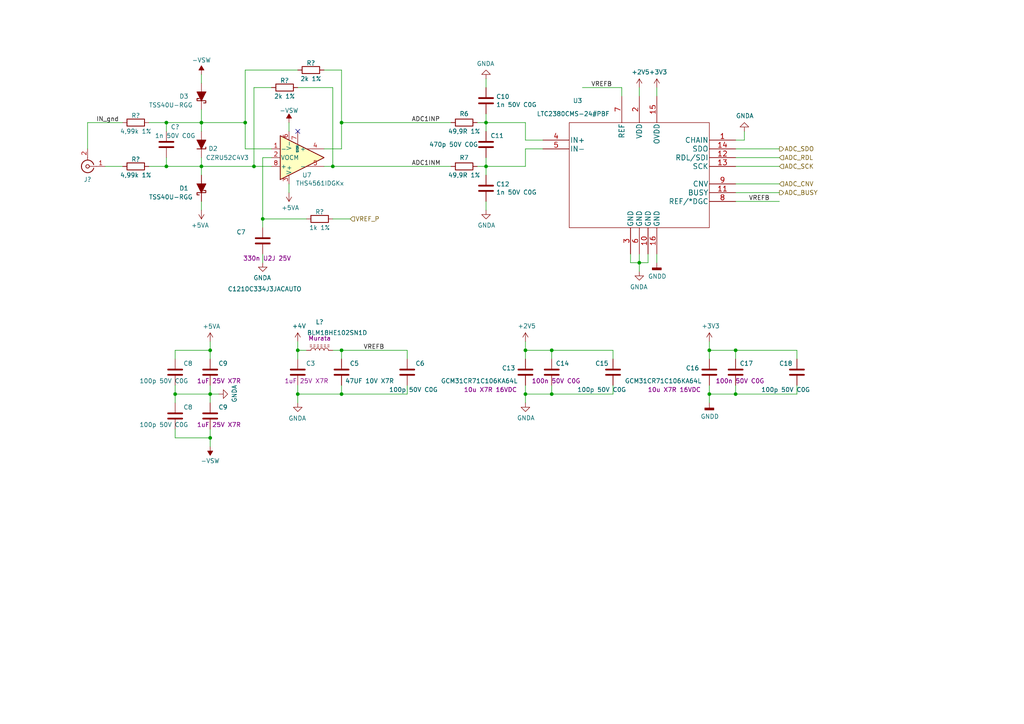
<source format=kicad_sch>
(kicad_sch (version 20230121) (generator eeschema)
  (paper "A4")
  (title_block (title "MOT coils current 100A controller ") (date "2023-11-27") (rev "2_Artiq") (company "Nicolaus Copernicus University in Toruń") (comment 1 "KL FAMO") (comment 2 "Kasli / Sinara compatible version") (comment 4 "designed by Adam Ledziński"))
  (lib_symbols
    (symbol "Amplifier_Operational:LTC6362xMS8" (pin_names (offset 0.127))
      (property "Reference" "U" (at 2.54 5.08 0))
      (property "Value" "LTC6362xMS8" (at 2.54 -5.08 0))
      (symbol "LTC6362xMS8_0_1"
        (polyline (pts (xy -5.08 6.35) (xy -5.08 -6.35) (xy 7.62 0) (xy -5.08 6.35)) (stroke (width 0.254)) (fill (type background)))
      )
      (symbol "LTC6362xMS8_1_1"
        (pin input line (at -7.62 -2.54 0) (length 2.54) (name "-") (number "1"))
        (pin input line (at -7.62 0 0) (length 2.54) (name "VOCM") (number "2"))
        (pin power_in line (at -2.54 7.62 270) (length 2.54) (name "V+") (number "3"))
        (pin output line (at 7.62 -2.54 180) (length 5.08) (name "+") (number "4"))
        (pin output line (at 7.62 2.54 180) (length 5.08) (name "-") (number "5"))
        (pin power_in line (at -2.54 -7.62 90) (length 2.54) (name "V-") (number "6"))
        (pin input line (at 0 -7.62 90) (length 3.81) (name "~{SHDN}") (number "7"))
        (pin input line (at -7.62 2.54 0) (length 2.54) (name "+") (number "8"))
      )
    )
    (symbol "Connector:Conn_Coaxial" (pin_names (offset 1.016) hide)
      (property "Reference" "J" (at 0.254 3.048 0))
      (property "Value" "Conn_Coaxial" (at 2.921 0 90))
      (symbol "Conn_Coaxial_0_1"
        (arc (start -1.778 -0.508) (mid 0.2311 -1.8066) (end 1.778 0) (stroke (width 0.254)))
        (polyline (pts (xy -2.54 0) (xy -0.508 0)))
        (polyline (pts (xy 0 -2.54) (xy 0 -1.778)))
        (circle (center 0 0) (radius 0.508) (stroke (width 0.2032)))
        (arc (start 1.778 0) (mid 0.2099 1.8101) (end -1.778 0.508) (stroke (width 0.254)))
      )
      (symbol "Conn_Coaxial_1_1"
        (pin passive line (at -5.08 0 0) (length 2.54) (name "In") (number "1"))
        (pin passive line (at 0 -5.08 90) (length 2.54) (name "Ext") (number "2"))
      )
    )
    (symbol "Device:C" (pin_numbers hide) (pin_names (offset 0.254))
      (property "Reference" "C" (at 0.635 2.54 0))
      (property "Value" "C" (at 0.635 -2.54 0))
      (symbol "C_0_1"
        (polyline (pts (xy -2.032 -0.762) (xy 2.032 -0.762)) (stroke (width 0.508)))
        (polyline (pts (xy -2.032 0.762) (xy 2.032 0.762)) (stroke (width 0.508)))
      )
      (symbol "C_1_1"
        (pin passive line (at 0 3.81 270) (length 2.794) (name "~") (number "1"))
        (pin passive line (at 0 -3.81 90) (length 2.794) (name "~") (number "2"))
      )
    )
    (symbol "Device:R" (pin_numbers hide) (pin_names (offset 0))
      (property "Reference" "R" (at 2.032 0 90))
      (property "Value" "R" (at 0 0 90))
      (symbol "R_0_1"
        (rectangle (start -1.016 -2.54) (end 1.016 2.54) (stroke (width 0.254)))
      )
      (symbol "R_1_1"
        (pin passive line (at 0 3.81 270) (length 1.27) (name "~") (number "1"))
        (pin passive line (at 0 -3.81 90) (length 1.27) (name "~") (number "2"))
      )
    )
    (symbol "c100AvA-rescue:D_Schottky_ALT-Device" (pin_numbers hide) (pin_names (offset 1.016) hide)
      (property "Reference" "D" (at 0 2.54 0))
      (property "Value" "Device_D_Schottky_ALT" (at 0 -2.54 0))
      (symbol "D_Schottky_ALT-Device_0_1"
        (polyline (pts (xy 1.27 0) (xy -1.27 0)))
        (polyline (pts (xy 1.27 1.27) (xy 1.27 -1.27) (xy -1.27 0) (xy 1.27 1.27)) (stroke (width 0.254)) (fill (type outline)))
        (polyline (pts (xy -1.905 0.635) (xy -1.905 1.27) (xy -1.27 1.27) (xy -1.27 -1.27) (xy -0.635 -1.27) (xy -0.635 -0.635)) (stroke (width 0.254)))
      )
      (symbol "D_Schottky_ALT-Device_1_1"
        (pin passive line (at -3.81 0 0) (length 2.54) (name "K") (number "1"))
        (pin passive line (at 3.81 0 180) (length 2.54) (name "A") (number "2"))
      )
    )
    (symbol "c100AvA-rescue:D_Zener_ALT-Device" (pin_numbers hide) (pin_names (offset 1.016) hide)
      (property "Reference" "D" (at 0 2.54 0))
      (property "Value" "Device_D_Zener_ALT" (at 0 -2.54 0))
      (symbol "D_Zener_ALT-Device_0_1"
        (polyline (pts (xy 1.27 0) (xy -1.27 0)))
        (polyline (pts (xy -1.27 -1.27) (xy -1.27 1.27) (xy -0.762 1.27)) (stroke (width 0.254)))
        (polyline (pts (xy 1.27 -1.27) (xy 1.27 1.27) (xy -1.27 0) (xy 1.27 -1.27)) (stroke (width 0.254)) (fill (type outline)))
      )
      (symbol "D_Zener_ALT-Device_1_1"
        (pin passive line (at -3.81 0 0) (length 2.54) (name "K") (number "1"))
        (pin passive line (at 3.81 0 180) (length 2.54) (name "A") (number "2"))
      )
    )
    (symbol "c100AvA-rescue:L_Core_Ferrite-Device" (pin_numbers hide) (pin_names (offset 1.016) hide)
      (property "Reference" "L" (at -1.27 0 90))
      (property "Value" "Device_L_Core_Ferrite" (at 2.794 0 90))
      (symbol "L_Core_Ferrite-Device_0_1"
        (arc (start 0 -2.54) (mid 0.6323 -1.905) (end 0 -1.27))
        (arc (start 0 -1.27) (mid 0.6323 -0.635) (end 0 0))
        (polyline (pts (xy 1.016 -2.794) (xy 1.016 -2.286)))
        (polyline (pts (xy 1.016 -1.778) (xy 1.016 -1.27)))
        (polyline (pts (xy 1.016 -0.762) (xy 1.016 -0.254)))
        (polyline (pts (xy 1.016 0.254) (xy 1.016 0.762)))
        (polyline (pts (xy 1.016 1.27) (xy 1.016 1.778)))
        (polyline (pts (xy 1.016 2.286) (xy 1.016 2.794)))
        (polyline (pts (xy 1.524 -2.286) (xy 1.524 -2.794)))
        (polyline (pts (xy 1.524 -1.27) (xy 1.524 -1.778)))
        (polyline (pts (xy 1.524 -0.254) (xy 1.524 -0.762)))
        (polyline (pts (xy 1.524 0.762) (xy 1.524 0.254)))
        (polyline (pts (xy 1.524 1.778) (xy 1.524 1.27)))
        (polyline (pts (xy 1.524 2.794) (xy 1.524 2.286)))
        (arc (start 0 0) (mid 0.6323 0.635) (end 0 1.27))
        (arc (start 0 1.27) (mid 0.6323 1.905) (end 0 2.54))
      )
      (symbol "L_Core_Ferrite-Device_1_1"
        (pin passive line (at 0 3.81 270) (length 1.27) (name "1") (number "1"))
        (pin passive line (at 0 -3.81 90) (length 1.27) (name "2") (number "2"))
      )
    )
    (symbol "ff:LTC2380CMS-24" (pin_names (offset 0.254))
      (property "Reference" "U" (at -5.08 20.32 0))
      (property "Value" "LTC2380CMS-24" (at -5.08 17.78 0))
      (property "Datasheet" "https://www.analog.com/media/en/technical-documentation/data-sheets/ADA4895-1_4895-2.pdf" (at -27.94 10.16 0))
      (symbol "LTC2380CMS-24_0_1"
        (rectangle (start -20.32 15.24) (end 20.32 -15.24))
      )
      (symbol "LTC2380CMS-24_1_1"
        (pin unspecified line (at 27.94 10.16 180) (length 7.62) (name "CHAIN") (number "1"))
        (pin unspecified line (at 2.54 -22.86 90) (length 7.62) (name "GND") (number "10"))
        (pin unspecified line (at 27.94 -5.08 180) (length 7.62) (name "BUSY") (number "11"))
        (pin unspecified line (at 27.94 5.08 180) (length 7.62) (name "RDL/SDI") (number "12"))
        (pin unspecified line (at 27.94 2.54 180) (length 7.62) (name "SCK") (number "13"))
        (pin unspecified line (at 27.94 7.62 180) (length 7.62) (name "SDO") (number "14"))
        (pin unspecified line (at 5.08 22.86 270) (length 7.62) (name "OVDD") (number "15"))
        (pin unspecified line (at 5.08 -22.86 90) (length 7.62) (name "GND") (number "16"))
        (pin unspecified line (at 0 22.86 270) (length 7.62) (name "VDD") (number "2"))
        (pin unspecified line (at -2.54 -22.86 90) (length 7.62) (name "GND") (number "3"))
        (pin unspecified line (at -27.94 10.16 0) (length 7.62) (name "IN+") (number "4"))
        (pin unspecified line (at -27.94 7.62 0) (length 7.62) (name "IN-") (number "5"))
        (pin unspecified line (at 0 -22.86 90) (length 7.62) (name "GND") (number "6"))
        (pin unspecified line (at -5.08 22.86 270) (length 7.62) (name "REF") (number "7"))
        (pin unspecified line (at 27.94 -7.62 180) (length 7.62) (name "REF/*DGC") (number "8"))
        (pin unspecified line (at 27.94 -2.54 180) (length 7.62) (name "CNV") (number "9"))
      )
    )
    (symbol "power:+2V5" (power) (pin_names (offset 0))
      (property "Value" "+2V5" (at 0 3.556 0))
      (symbol "+2V5_0_1"
        (polyline (pts (xy -0.762 1.27) (xy 0 2.54)))
        (polyline (pts (xy 0 0) (xy 0 2.54)))
        (polyline (pts (xy 0 2.54) (xy 0.762 1.27)))
      )
      (symbol "+2V5_1_1"
        (pin power_in line (at 0 0 90) (length 0) hide (name "+2V5") (number "1"))
      )
    )
    (symbol "power:+3V3" (power) (pin_names (offset 0))
      (property "Value" "+3V3" (at 0 3.556 0))
      (symbol "+3V3_0_1"
        (polyline (pts (xy -0.762 1.27) (xy 0 2.54)))
        (polyline (pts (xy 0 0) (xy 0 2.54)))
        (polyline (pts (xy 0 2.54) (xy 0.762 1.27)))
      )
      (symbol "+3V3_1_1"
        (pin power_in line (at 0 0 90) (length 0) hide (name "+3V3") (number "1"))
      )
    )
    (symbol "power:+4V" (power) (pin_names (offset 0))
      (property "Value" "+4V" (at 0 3.556 0))
      (symbol "+4V_0_1"
        (polyline (pts (xy -0.762 1.27) (xy 0 2.54)))
        (polyline (pts (xy 0 0) (xy 0 2.54)))
        (polyline (pts (xy 0 2.54) (xy 0.762 1.27)))
      )
      (symbol "+4V_1_1"
        (pin power_in line (at 0 0 90) (length 0) hide (name "+4V") (number "1"))
      )
    )
    (symbol "power:+5VA" (power) (pin_names (offset 0))
      (property "Value" "+5VA" (at 0 3.556 0))
      (symbol "+5VA_0_1"
        (polyline (pts (xy -0.762 1.27) (xy 0 2.54)))
        (polyline (pts (xy 0 0) (xy 0 2.54)))
        (polyline (pts (xy 0 2.54) (xy 0.762 1.27)))
      )
      (symbol "+5VA_1_1"
        (pin power_in line (at 0 0 90) (length 0) hide (name "+5VA") (number "1"))
      )
    )
    (symbol "power:-VSW" (power) (pin_names (offset 0))
      (property "Value" "-VSW" (at 0 3.81 0))
      (symbol "-VSW_0_0"
        (pin power_in line (at 0 0 90) (length 0) hide (name "-VSW") (number "1"))
      )
      (symbol "-VSW_0_1"
        (polyline (pts (xy 0 0) (xy 0 1.27) (xy 0.762 1.27) (xy 0 2.54) (xy -0.762 1.27) (xy 0 1.27)) (fill (type outline)))
      )
    )
    (symbol "power:GNDA" (power) (pin_names (offset 0))
      (property "Value" "GNDA" (at 0 -3.81 0))
      (symbol "GNDA_0_1"
        (polyline (pts (xy 0 0) (xy 0 -1.27) (xy 1.27 -1.27) (xy 0 -2.54) (xy -1.27 -1.27) (xy 0 -1.27)))
      )
      (symbol "GNDA_1_1"
        (pin power_in line (at 0 0 270) (length 0) hide (name "GNDA") (number "1"))
      )
    )
    (symbol "power:GNDD" (power) (pin_names (offset 0))
      (property "Value" "GNDD" (at 0 -3.175 0))
      (symbol "GNDD_0_1"
        (rectangle (start -1.27 -1.524) (end 1.27 -2.032) (stroke (width 0.254)) (fill (type outline)))
        (polyline (pts (xy 0 0) (xy 0 -1.524)))
      )
      (symbol "GNDD_1_1"
        (pin power_in line (at 0 0 270) (length 0) hide (name "GNDD") (number "1"))
      )
    )
  )
  (junction (at 160.02 114.3))
  (junction (at 99.06 101.6))
  (junction (at 58.42 35.56))
  (junction (at 48.26 35.56))
  (junction (at 213.36 101.6))
  (junction (at 152.4 114.3))
  (junction (at 205.74 101.6))
  (junction (at 60.96 127))
  (junction (at 140.97 35.56))
  (junction (at 96.52 48.26))
  (junction (at 48.26 48.26))
  (junction (at 50.8 114.3))
  (junction (at 99.06 114.3))
  (junction (at 71.12 35.56))
  (junction (at 160.02 101.6))
  (junction (at 73.66 48.26))
  (junction (at 58.42 48.26))
  (junction (at 86.36 101.6))
  (junction (at 86.36 114.3))
  (junction (at 213.36 114.3))
  (junction (at 152.4 101.6))
  (junction (at 205.74 114.3))
  (junction (at 60.96 101.6))
  (junction (at 140.97 48.26))
  (junction (at 60.96 114.3))
  (junction (at 185.42 76.2))
  (junction (at 76.2 63.5))
  (junction (at 99.06 35.56))
  (no_connect (at 86.36 38.1))
  (wire (pts (xy 50.8 124.46) (xy 50.8 127)))
  (wire (pts (xy 152.4 40.64) (xy 152.4 35.56)))
  (wire (pts (xy 152.4 101.6) (xy 160.02 101.6)))
  (wire (pts (xy 99.06 20.32) (xy 99.06 35.56)))
  (wire (pts (xy 213.36 114.3) (xy 213.36 111.76)))
  (wire (pts (xy 63.5 114.3) (xy 60.96 114.3)))
  (wire (pts (xy 190.5 76.2) (xy 190.5 73.66)))
  (wire (pts (xy 231.14 114.3) (xy 231.14 111.76)))
  (wire (pts (xy 182.88 73.66) (xy 182.88 76.2)))
  (wire (pts (xy 177.8 104.14) (xy 177.8 101.6)))
  (wire (pts (xy 86.36 20.32) (xy 71.12 20.32)))
  (wire (pts (xy 152.4 48.26) (xy 140.97 48.26)))
  (wire (pts (xy 99.06 114.3) (xy 99.06 111.76)))
  (wire (pts (xy 73.66 48.26) (xy 58.42 48.26)))
  (wire (pts (xy 140.97 35.56) (xy 140.97 33.02)))
  (wire (pts (xy 86.36 116.84) (xy 86.36 114.3)))
  (wire (pts (xy 50.8 116.84) (xy 50.8 114.3)))
  (wire (pts (xy 86.36 114.3) (xy 99.06 114.3)))
  (wire (pts (xy 43.18 48.26) (xy 48.26 48.26)))
  (wire (pts (xy 60.96 111.76) (xy 60.96 114.3)))
  (wire (pts (xy 99.06 101.6) (xy 99.06 104.14)))
  (wire (pts (xy 48.26 38.1) (xy 48.26 35.56)))
  (wire (pts (xy 140.97 45.72) (xy 140.97 48.26)))
  (wire (pts (xy 93.98 20.32) (xy 99.06 20.32)))
  (wire (pts (xy 187.96 76.2) (xy 185.42 76.2)))
  (wire (pts (xy 180.34 25.4) (xy 180.34 27.94)))
  (wire (pts (xy 152.4 114.3) (xy 152.4 116.84)))
  (wire (pts (xy 152.4 43.18) (xy 152.4 48.26)))
  (wire (pts (xy 48.26 45.72) (xy 48.26 48.26)))
  (wire (pts (xy 86.36 114.3) (xy 86.36 111.76)))
  (wire (pts (xy 96.52 101.6) (xy 99.06 101.6)))
  (wire (pts (xy 177.8 114.3) (xy 177.8 111.76)))
  (wire (pts (xy 213.36 58.42) (xy 226.06 58.42)))
  (wire (pts (xy 185.42 73.66) (xy 185.42 76.2)))
  (wire (pts (xy 48.26 35.56) (xy 58.42 35.56)))
  (wire (pts (xy 30.48 48.26) (xy 35.56 48.26)))
  (wire (pts (xy 213.36 104.14) (xy 213.36 101.6)))
  (wire (pts (xy 99.06 35.56) (xy 130.81 35.56)))
  (wire (pts (xy 152.4 35.56) (xy 140.97 35.56)))
  (wire (pts (xy 138.43 35.56) (xy 140.97 35.56)))
  (wire (pts (xy 140.97 58.42) (xy 140.97 60.96)))
  (wire (pts (xy 152.4 114.3) (xy 160.02 114.3)))
  (wire (pts (xy 96.52 48.26) (xy 130.81 48.26)))
  (wire (pts (xy 83.82 35.56) (xy 83.82 38.1)))
  (wire (pts (xy 99.06 35.56) (xy 99.06 43.18)))
  (wire (pts (xy 96.52 48.26) (xy 93.98 48.26)))
  (wire (pts (xy 86.36 99.06) (xy 86.36 101.6)))
  (wire (pts (xy 182.88 76.2) (xy 185.42 76.2)))
  (wire (pts (xy 60.96 114.3) (xy 50.8 114.3)))
  (wire (pts (xy 71.12 35.56) (xy 71.12 43.18)))
  (wire (pts (xy 58.42 45.72) (xy 58.42 48.26)))
  (wire (pts (xy 118.11 114.3) (xy 118.11 111.76)))
  (wire (pts (xy 152.4 111.76) (xy 152.4 114.3)))
  (wire (pts (xy 58.42 35.56) (xy 58.42 38.1)))
  (wire (pts (xy 140.97 48.26) (xy 140.97 50.8)))
  (wire (pts (xy 190.5 27.94) (xy 190.5 25.4)))
  (wire (pts (xy 60.96 124.46) (xy 60.96 127)))
  (wire (pts (xy 25.4 35.56) (xy 35.56 35.56)))
  (wire (pts (xy 205.74 101.6) (xy 205.74 104.14)))
  (wire (pts (xy 205.74 116.84) (xy 205.74 114.3)))
  (wire (pts (xy 25.4 43.18) (xy 25.4 35.56)))
  (wire (pts (xy 50.8 127) (xy 60.96 127)))
  (wire (pts (xy 71.12 35.56) (xy 58.42 35.56)))
  (wire (pts (xy 177.8 101.6) (xy 160.02 101.6)))
  (wire (pts (xy 157.48 43.18) (xy 152.4 43.18)))
  (wire (pts (xy 168.91 25.4) (xy 180.34 25.4)))
  (wire (pts (xy 205.74 101.6) (xy 205.74 99.06)))
  (wire (pts (xy 99.06 114.3) (xy 118.11 114.3)))
  (wire (pts (xy 58.42 48.26) (xy 58.42 50.8)))
  (wire (pts (xy 99.06 43.18) (xy 93.98 43.18)))
  (wire (pts (xy 215.9 40.64) (xy 213.36 40.64)))
  (wire (pts (xy 78.74 48.26) (xy 73.66 48.26)))
  (wire (pts (xy 160.02 101.6) (xy 160.02 104.14)))
  (wire (pts (xy 83.82 55.88) (xy 83.82 53.34)))
  (wire (pts (xy 50.8 104.14) (xy 50.8 101.6)))
  (wire (pts (xy 118.11 101.6) (xy 118.11 104.14)))
  (wire (pts (xy 160.02 114.3) (xy 160.02 111.76)))
  (wire (pts (xy 58.42 31.75) (xy 58.42 35.56)))
  (wire (pts (xy 185.42 27.94) (xy 185.42 25.4)))
  (wire (pts (xy 43.18 35.56) (xy 48.26 35.56)))
  (wire (pts (xy 160.02 114.3) (xy 177.8 114.3)))
  (wire (pts (xy 86.36 101.6) (xy 88.9 101.6)))
  (wire (pts (xy 50.8 111.76) (xy 50.8 114.3)))
  (wire (pts (xy 215.9 38.1) (xy 215.9 40.64)))
  (wire (pts (xy 86.36 25.4) (xy 96.52 25.4)))
  (wire (pts (xy 48.26 48.26) (xy 58.42 48.26)))
  (wire (pts (xy 76.2 63.5) (xy 88.9 63.5)))
  (wire (pts (xy 73.66 25.4) (xy 73.66 48.26)))
  (wire (pts (xy 86.36 101.6) (xy 86.36 104.14)))
  (wire (pts (xy 78.74 25.4) (xy 73.66 25.4)))
  (wire (pts (xy 231.14 101.6) (xy 213.36 101.6)))
  (wire (pts (xy 76.2 63.5) (xy 76.2 45.72)))
  (wire (pts (xy 226.06 45.72) (xy 213.36 45.72)))
  (wire (pts (xy 157.48 40.64) (xy 152.4 40.64)))
  (wire (pts (xy 60.96 114.3) (xy 60.96 116.84)))
  (wire (pts (xy 76.2 76.2) (xy 76.2 73.66)))
  (wire (pts (xy 60.96 127) (xy 60.96 129.54)))
  (wire (pts (xy 140.97 22.86) (xy 140.97 25.4)))
  (wire (pts (xy 58.42 60.96) (xy 58.42 58.42)))
  (wire (pts (xy 50.8 101.6) (xy 60.96 101.6)))
  (wire (pts (xy 226.06 53.34) (xy 213.36 53.34)))
  (wire (pts (xy 226.06 48.26) (xy 213.36 48.26)))
  (wire (pts (xy 213.36 114.3) (xy 231.14 114.3)))
  (wire (pts (xy 60.96 99.06) (xy 60.96 101.6)))
  (wire (pts (xy 58.42 21.59) (xy 58.42 24.13)))
  (wire (pts (xy 205.74 114.3) (xy 213.36 114.3)))
  (wire (pts (xy 205.74 114.3) (xy 205.74 111.76)))
  (wire (pts (xy 187.96 73.66) (xy 187.96 76.2)))
  (wire (pts (xy 60.96 101.6) (xy 60.96 104.14)))
  (wire (pts (xy 71.12 20.32) (xy 71.12 35.56)))
  (wire (pts (xy 138.43 48.26) (xy 140.97 48.26)))
  (wire (pts (xy 78.74 43.18) (xy 71.12 43.18)))
  (wire (pts (xy 231.14 104.14) (xy 231.14 101.6)))
  (wire (pts (xy 96.52 63.5) (xy 101.6 63.5)))
  (wire (pts (xy 226.06 55.88) (xy 213.36 55.88)))
  (wire (pts (xy 226.06 43.18) (xy 213.36 43.18)))
  (wire (pts (xy 76.2 66.04) (xy 76.2 63.5)))
  (wire (pts (xy 152.4 99.06) (xy 152.4 101.6)))
  (wire (pts (xy 99.06 101.6) (xy 118.11 101.6)))
  (wire (pts (xy 152.4 101.6) (xy 152.4 104.14)))
  (wire (pts (xy 76.2 45.72) (xy 78.74 45.72)))
  (wire (pts (xy 185.42 76.2) (xy 185.42 78.74)))
  (wire (pts (xy 213.36 101.6) (xy 205.74 101.6)))
  (wire (pts (xy 140.97 35.56) (xy 140.97 38.1)))
  (wire (pts (xy 96.52 25.4) (xy 96.52 48.26)))
  (label "VREFB" (at 217.17 58.42 0))
  (label "VREFB" (at 105.41 101.6 0))
  (label "VREFB" (at 171.45 25.4 0))
  (label "IN_gnd" (at 27.94 35.56 0))
  (label "ADC1INM" (at 119.38 48.26 0))
  (label "ADC1INP" (at 119.38 35.56 0))
  (hierarchical_label "ADC_RDL" (shape input) (at 226.06 45.72 0))
  (hierarchical_label "ADC_CNV" (shape input) (at 226.06 53.34 0))
  (hierarchical_label "VREF_P" (shape input) (at 101.6 63.5 0))
  (hierarchical_label "ADC_SCK" (shape input) (at 226.06 48.26 0))
  (hierarchical_label "ADC_SDO" (shape output) (at 226.06 43.18 0))
  (hierarchical_label "ADC_BUSY" (shape output) (at 226.06 55.88 0))
  (symbol (lib_id "power:GNDA") (at 86.36 116.84 0) (mirror y) (unit 1)
    (property "Reference" "#PWR08" (effects hide))
    (property "Value" "GNDA" (at 86.233 121.3358 0))
    (instances (project "c100AvA" (path "" (reference "#PWR08") (unit 1)) (path "" (reference "#PWR?") (unit 1))) (project "current100A_Artiq" (path "" (reference "#PWR052") (unit 1))))
  )
  (symbol (lib_id "Device:R") (at 82.55 25.4 90) (unit 1)
    (property "Reference" "R?" (at 82.55 23.368 90))
    (property "Value" "2k 1%" (at 82.55 27.94 90))
    (property "Footprint" "Resistor_SMD:R_0603_1608Metric" (effects hide))
    (instances (project "c100AvA" (path "" (reference "R?") (unit 1)) (path "" (reference "R3") (unit 1))) (project "current100A_Artiq" (path "" (reference "R9") (unit 1))))
  )
  (symbol (lib_id "Device:R") (at 39.37 35.56 90) (unit 1)
    (property "Reference" "R?" (at 39.37 33.528 90))
    (property "Value" "4,99k 1%" (at 39.37 38.1 90))
    (property "Footprint" "Resistor_SMD:R_0603_1608Metric" (effects hide))
    (instances (project "c100AvA" (path "" (reference "R?") (unit 1)) (path "" (reference "R2") (unit 1))) (project "current100A_Artiq" (path "" (reference "R7") (unit 1))))
  )
  (symbol (lib_id "Connector:Conn_Coaxial") (at 25.4 48.26 180) (unit 1)
    (property "Reference" "J?" (at 25.4 52.07 0))
    (property "Value" "RF2-49B-T-00-50-G-HDW" (effects hide))
    (property "Footprint" "Connector_Coaxial:SMA_Amphenol_132203-12_Horizontal" (effects hide))
    (property "Datasheet" " ~" (effects hide))
    (instances (project "c100AvA" (path "" (reference "J?") (unit 1)) (path "" (reference "J1") (unit 1))) (project "current100A_Artiq" (path "" (reference "J2") (unit 1))))
  )
  (symbol (lib_id "power:GNDA") (at 63.5 114.3 90) (unit 1)
    (property "Reference" "#PWR015" (effects hide))
    (property "Value" "GNDA" (at 67.9958 114.173 0))
    (instances (project "c100AvA" (path "" (reference "#PWR015") (unit 1)) (path "" (reference "#PWR?") (unit 1))) (project "current100A_Artiq" (path "" (reference "#PWR047") (unit 1))))
  )
  (symbol (lib_id "power:+5VA") (at 60.96 99.06 0) (unit 1)
    (property "Reference" "#PWR014" (effects hide))
    (property "Value" "+5VA" (at 61.341 94.6658 0))
    (instances (project "c100AvA" (path "" (reference "#PWR014") (unit 1)) (path "" (reference "#PWR?") (unit 1))) (project "current100A_Artiq" (path "" (reference "#PWR045") (unit 1))))
  )
  (symbol (lib_id "Device:C") (at 140.97 41.91 0) (unit 1)
    (property "Reference" "C11" (at 142.24 39.37 0) (effects (justify left)))
    (property "Value" "470p 50V C0G" (at 124.46 41.91 0) (effects (justify left)))
    (property "Footprint" "Capacitor_SMD:C_0603_1608Metric_Pad1.08x0.95mm_HandSolder" (effects hide))
    (instances (project "c100AvA" (path "" (reference "C11") (unit 1)) (path "" (reference "C?") (unit 1))) (project "current100A_Artiq" (path "" (reference "C48") (unit 1))))
  )
  (symbol (lib_id "Device:C") (at 140.97 29.21 0) (unit 1)
    (property "Reference" "C10" (at 143.891 28.0162 0) (effects (justify left)))
    (property "Value" "1n 50V C0G" (at 143.891 30.3784 0) (effects (justify left)))
    (property "Footprint" "Capacitor_SMD:C_0603_1608Metric" (effects hide))
    (instances (project "c100AvA" (path "" (reference "C10") (unit 1)) (path "" (reference "C?") (unit 1))) (project "current100A_Artiq" (path "" (reference "C47") (unit 1))))
  )
  (symbol (lib_id "Device:C") (at 140.97 54.61 0) (unit 1)
    (property "Reference" "C12" (at 143.891 53.4162 0) (effects (justify left)))
    (property "Value" "1n 50V C0G" (at 143.891 55.7784 0) (effects (justify left)))
    (property "Footprint" "Capacitor_SMD:C_0603_1608Metric" (effects hide))
    (instances (project "c100AvA" (path "" (reference "C12") (unit 1)) (path "" (reference "C?") (unit 1))) (project "current100A_Artiq" (path "" (reference "C49") (unit 1))))
  )
  (symbol (lib_id "power:GNDA") (at 140.97 60.96 0) (unit 1)
    (property "Reference" "#PWR017" (effects hide))
    (property "Value" "GNDA" (at 141.097 65.3542 0))
    (instances (project "c100AvA" (path "" (reference "#PWR017") (unit 1)) (path "" (reference "#PWR?") (unit 1))) (project "current100A_Artiq" (path "" (reference "#PWR054") (unit 1))))
  )
  (symbol (lib_id "power:GNDA") (at 140.97 22.86 180) (unit 1)
    (property "Reference" "#PWR016" (effects hide))
    (property "Value" "GNDA" (at 140.843 18.4658 0))
    (instances (project "c100AvA" (path "" (reference "#PWR016") (unit 1)) (path "" (reference "#PWR?") (unit 1))) (project "current100A_Artiq" (path "" (reference "#PWR053") (unit 1))))
  )
  (symbol (lib_id "Device:R") (at 134.62 35.56 270) (unit 1)
    (property "Reference" "R6" (at 134.62 33.02 90))
    (property "Value" "49,9R 1%" (at 134.62 38.1 90))
    (property "Footprint" "Resistor_SMD:R_0603_1608Metric" (effects hide))
    (instances (project "c100AvA" (path "" (reference "R6") (unit 1)) (path "" (reference "R?") (unit 1))) (project "current100A_Artiq" (path "" (reference "R12") (unit 1))))
  )
  (symbol (lib_id "Device:R") (at 134.62 48.26 270) (unit 1)
    (property "Reference" "R7" (at 134.62 45.72 90))
    (property "Value" "49,9R 1%" (at 134.62 50.8 90))
    (property "Footprint" "Resistor_SMD:R_0603_1608Metric" (effects hide))
    (instances (project "c100AvA" (path "" (reference "R7") (unit 1)) (path "" (reference "R?") (unit 1))) (project "current100A_Artiq" (path "" (reference "R13") (unit 1))))
  )
  (symbol (lib_id "power:GNDA") (at 76.2 76.2 0) (mirror y) (unit 1)
    (property "Reference" "#PWR011" (effects hide))
    (property "Value" "GNDA" (at 76.073 80.5942 0))
    (instances (project "c100AvA" (path "" (reference "#PWR011") (unit 1)) (path "" (reference "#PWR?") (unit 1))) (project "current100A_Artiq" (path "" (reference "#PWR048") (unit 1))))
  )
  (symbol (lib_id "c100AvA-rescue:L_Core_Ferrite-Device") (at 92.71 101.6 90) (unit 1)
    (property "Reference" "L?" (at 92.71 93.3958 90))
    (property "Value" "BLM18HE102SN1D" (at 97.79 96.52 90))
    (property "Footprint" "Inductor_SMD:L_0603_1608Metric" (effects hide))
    (property "Comm" "Murata" (at 92.71 98.1202 90))
    (instances (project "c100AvA" (path "" (reference "L?") (unit 1)) (path "" (reference "L1") (unit 1))) (project "current100A_Artiq" (path "" (reference "L9") (unit 1))))
  )
  (symbol (lib_id "Device:C") (at 99.06 107.95 0) (mirror y) (unit 1)
    (property "Reference" "C5" (at 104.14 105.41 0) (effects (justify left)))
    (property "Value" "47UF 10V X7R" (at 114.3 110.49 0) (effects (justify left)))
    (property "Footprint" "Capacitor_SMD:C_1210_3225Metric" (effects hide))
    (property "Comm" "47UF 10V X7R" (effects hide))
    (instances (project "c100AvA" (path "" (reference "C5") (unit 1)) (path "" (reference "C?") (unit 1)) (path "" (reference "C?") (unit 1))) (project "current100A_Artiq" (path "" (reference "C45") (unit 1))))
  )
  (symbol (lib_id "power:+4V") (at 86.36 99.06 0) (unit 1)
    (property "Reference" "#PWR07" (effects hide))
    (property "Value" "+4V" (at 86.741 94.5642 0))
    (instances (project "c100AvA" (path "" (reference "#PWR07") (unit 1)) (path "" (reference "#PWR?") (unit 1))) (project "current100A_Artiq" (path "" (reference "#PWR051") (unit 1))))
  )
  (symbol (lib_id "Device:C") (at 86.36 107.95 0) (mirror y) (unit 1)
    (property "Reference" "C3" (at 91.44 105.41 0) (effects (justify left)))
    (property "Value" "GCM188R71E105KA64J" (effects hide))
    (property "Footprint" "Capacitor_SMD:C_0603_1608Metric" (effects hide))
    (property "Comm" "1uF 25V X7R" (at 88.9 110.49 0))
    (instances (project "c100AvA" (path "" (reference "C3") (unit 1)) (path "" (reference "C?") (unit 1)) (path "" (reference "C?") (unit 1))) (project "current100A_Artiq" (path "" (reference "C44") (unit 1))))
  )
  (symbol (lib_id "Device:C") (at 118.11 107.95 0) (mirror y) (unit 1)
    (property "Reference" "C6" (at 123.19 105.41 0) (effects (justify left)))
    (property "Value" "100p 50V C0G" (at 127 113.03 0) (effects (justify left)))
    (property "Footprint" "Capacitor_SMD:C_0603_1608Metric" (effects hide))
    (instances (project "c100AvA" (path "" (reference "C6") (unit 1)) (path "" (reference "C?") (unit 1)) (path "" (reference "C?") (unit 1))) (project "current100A_Artiq" (path "" (reference "C46") (unit 1))))
  )
  (symbol (lib_id "power:GNDA") (at 185.42 78.74 0) (mirror y) (unit 1)
    (property "Reference" "#PWR021" (effects hide))
    (property "Value" "GNDA" (at 185.293 83.2358 0))
    (instances (project "c100AvA" (path "" (reference "#PWR021") (unit 1)) (path "" (reference "#PWR?") (unit 1))) (project "current100A_Artiq" (path "" (reference "#PWR058") (unit 1))))
  )
  (symbol (lib_id "Device:C") (at 152.4 107.95 0) (mirror y) (unit 1)
    (property "Reference" "C13" (at 149.479 106.7562 0) (effects (justify left)))
    (property "Value" "GCM31CR71C106KA64L " (at 151.13 110.49 0) (effects (justify left)))
    (property "Footprint" "Capacitor_SMD:C_1206_3216Metric" (effects hide))
    (property "Comm" "10u X7R 16VDC" (at 142.24 113.03 0))
    (instances (project "c100AvA" (path "" (reference "C13") (unit 1)) (path "" (reference "C?") (unit 1)) (path "" (reference "C?") (unit 1))) (project "current100A_Artiq" (path "" (reference "C50") (unit 1))))
  )
  (symbol (lib_id "Device:C") (at 160.02 107.95 180) (unit 1)
    (property "Reference" "C14" (at 165.1 105.41 0) (effects (justify left)))
    (property "Value" "GRM31C5C1H104JA01L" (effects hide))
    (property "Footprint" "Capacitor_SMD:C_1206_3216Metric" (effects hide))
    (property "Comm" "100n 50V C0G" (at 161.29 110.49 0))
    (instances (project "c100AvA" (path "" (reference "C14") (unit 1)) (path "" (reference "C?") (unit 1)) (path "" (reference "C?") (unit 1))) (project "current100A_Artiq" (path "" (reference "C51") (unit 1))))
  )
  (symbol (lib_id "power:GNDA") (at 152.4 116.84 0) (unit 1)
    (property "Reference" "#PWR019" (effects hide))
    (property "Value" "GNDA" (at 152.527 121.2342 0))
    (instances (project "c100AvA" (path "" (reference "#PWR019") (unit 1)) (path "" (reference "#PWR?") (unit 1))) (project "current100A_Artiq" (path "" (reference "#PWR056") (unit 1))))
  )
  (symbol (lib_id "power:+2V5") (at 152.4 99.06 0) (unit 1)
    (property "Reference" "#PWR018" (effects hide))
    (property "Value" "+2V5" (at 152.781 94.5642 0))
    (instances (project "c100AvA" (path "" (reference "#PWR018") (unit 1)) (path "" (reference "#PWR?") (unit 1))) (project "current100A_Artiq" (path "" (reference "#PWR055") (unit 1))))
  )
  (symbol (lib_id "Device:C") (at 205.74 107.95 0) (mirror y) (unit 1)
    (property "Reference" "C16" (at 202.819 106.7562 0) (effects (justify left)))
    (property "Value" "GCM31CR71C106KA64L " (at 204.47 110.49 0) (effects (justify left)))
    (property "Footprint" "Capacitor_SMD:C_1206_3216Metric" (effects hide))
    (property "Comm" "10u X7R 16VDC" (at 195.58 113.03 0))
    (instances (project "c100AvA" (path "" (reference "C16") (unit 1)) (path "" (reference "C?") (unit 1)) (path "" (reference "C?") (unit 1))) (project "current100A_Artiq" (path "" (reference "C53") (unit 1))))
  )
  (symbol (lib_id "Device:C") (at 213.36 107.95 180) (unit 1)
    (property "Reference" "C17" (at 218.44 105.41 0) (effects (justify left)))
    (property "Value" "GRM31C5C1H104JA01L" (effects hide))
    (property "Footprint" "Capacitor_SMD:C_1206_3216Metric" (effects hide))
    (property "Comm" "100n 50V C0G" (at 214.63 110.49 0))
    (instances (project "c100AvA" (path "" (reference "C17") (unit 1)) (path "" (reference "C?") (unit 1)) (path "" (reference "C?") (unit 1))) (project "current100A_Artiq" (path "" (reference "C54") (unit 1))))
  )
  (symbol (lib_id "power:+3V3") (at 205.74 99.06 0) (unit 1)
    (property "Reference" "#PWR024" (effects hide))
    (property "Value" "+3V3" (at 206.121 94.5642 0))
    (instances (project "c100AvA" (path "" (reference "#PWR024") (unit 1)) (path "" (reference "#PWR?") (unit 1))) (project "current100A_Artiq" (path "" (reference "#PWR061") (unit 1))))
  )
  (symbol (lib_id "power:GNDD") (at 205.74 116.84 0) (unit 1)
    (property "Reference" "#PWR025" (effects hide))
    (property "Value" "GNDD" (at 205.867 120.8024 0))
    (instances (project "c100AvA" (path "" (reference "#PWR025") (unit 1)) (path "" (reference "#PWR?") (unit 1))) (project "current100A_Artiq" (path "" (reference "#PWR062") (unit 1))))
  )
  (symbol (lib_id "Device:C") (at 177.8 107.95 0) (mirror y) (unit 1)
    (property "Reference" "C15" (at 176.53 105.41 0) (effects (justify left)))
    (property "Value" "100p 50V C0G" (at 181.61 113.03 0) (effects (justify left)))
    (property "Footprint" "Capacitor_SMD:C_0603_1608Metric" (effects hide))
    (instances (project "c100AvA" (path "" (reference "C15") (unit 1)) (path "" (reference "C?") (unit 1)) (path "" (reference "C?") (unit 1))) (project "current100A_Artiq" (path "" (reference "C52") (unit 1))))
  )
  (symbol (lib_id "Device:C") (at 231.14 107.95 0) (mirror y) (unit 1)
    (property "Reference" "C18" (at 229.87 105.41 0) (effects (justify left)))
    (property "Value" "100p 50V C0G" (at 234.95 113.03 0) (effects (justify left)))
    (property "Footprint" "Capacitor_SMD:C_0603_1608Metric" (effects hide))
    (instances (project "c100AvA" (path "" (reference "C18") (unit 1)) (path "" (reference "C?") (unit 1)) (path "" (reference "C?") (unit 1))) (project "current100A_Artiq" (path "" (reference "C55") (unit 1))))
  )
  (symbol (lib_id "power:+2V5") (at 185.42 25.4 0) (unit 1)
    (property "Reference" "#PWR020" (effects hide))
    (property "Value" "+2V5" (at 185.801 20.9042 0))
    (instances (project "c100AvA" (path "" (reference "#PWR020") (unit 1)) (path "" (reference "#PWR?") (unit 1))) (project "current100A_Artiq" (path "" (reference "#PWR057") (unit 1))))
  )
  (symbol (lib_id "power:+3V3") (at 190.5 25.4 0) (unit 1)
    (property "Reference" "#PWR022" (effects hide))
    (property "Value" "+3V3" (at 190.881 20.9042 0))
    (instances (project "c100AvA" (path "" (reference "#PWR022") (unit 1)) (path "" (reference "#PWR?") (unit 1))) (project "current100A_Artiq" (path "" (reference "#PWR059") (unit 1))))
  )
  (symbol (lib_id "power:GNDA") (at 215.9 38.1 0) (mirror x) (unit 1)
    (property "Reference" "#PWR026" (effects hide))
    (property "Value" "GNDA" (at 216.027 33.6042 0))
    (instances (project "c100AvA" (path "" (reference "#PWR026") (unit 1)) (path "" (reference "#PWR?") (unit 1))) (project "current100A_Artiq" (path "" (reference "#PWR063") (unit 1))))
  )
  (symbol (lib_id "ff:LTC2380CMS-24") (at 185.42 50.8 0) (unit 1)
    (property "Reference" "U3" (at 168.91 29.21 0) (effects (justify right)))
    (property "Value" "LTC2380CMS-24#PBF " (at 177.8 33.02 0) (effects (justify right)))
    (property "Footprint" "Package_SO:MSOP-16_3x4mm_P0.5mm" (effects hide))
    (property "Datasheet" "https://www.analog.com/media/en/technical-documentation/data-sheets/238024fa.pdf" (effects hide))
    (instances (project "c100AvA" (path "" (reference "U3") (unit 1)) (path "" (reference "U?") (unit 1))) (project "current100A_Artiq" (path "" (reference "U8") (unit 1))))
  )
  (symbol (lib_id "Device:C") (at 76.2 69.85 0) (unit 1)
    (property "Reference" "C7" (at 68.58 67.31 0) (effects (justify left)))
    (property "Value" "C1210C334J3JACAUTO" (at 66.04 83.82 0) (effects (justify left)))
    (property "Footprint" "Capacitor_SMD:C_1210_3225Metric" (effects hide))
    (property "Comm" "330n U2J 25V" (at 77.47 74.93 0))
    (instances (project "c100AvA" (path "" (reference "C7") (unit 1)) (path "" (reference "C?") (unit 1)) (path "" (reference "C?") (unit 1))) (project "current100A_Artiq" (path "" (reference "C43") (unit 1))))
  )
  (symbol (lib_id "power:GNDD") (at 190.5 76.2 0) (unit 1)
    (property "Reference" "#PWR023" (effects hide))
    (property "Value" "GNDD" (at 190.627 80.1624 0))
    (instances (project "c100AvA" (path "" (reference "#PWR023") (unit 1)) (path "" (reference "#PWR?") (unit 1))) (project "current100A_Artiq" (path "" (reference "#PWR060") (unit 1))))
  )
  (symbol (lib_id "Device:C") (at 48.26 41.91 180) (unit 1)
    (property "Reference" "C?" (at 50.8 36.83 0))
    (property "Value" "1n 50V C0G" (at 50.8 39.37 0))
    (property "Footprint" "Capacitor_SMD:C_0603_1608Metric" (effects hide))
    (instances (project "c100AvA" (path "" (reference "C?") (unit 1)) (path "" (reference "C4") (unit 1))) (project "current100A_Artiq" (path "" (reference "C38") (unit 1))))
  )
  (symbol (lib_id "Device:C") (at 60.96 107.95 0) (mirror y) (unit 1)
    (property "Reference" "C9" (at 66.04 105.41 0) (effects (justify left)))
    (property "Value" "GCM188R71E105KA64J" (effects hide))
    (property "Footprint" "Capacitor_SMD:C_0603_1608Metric" (effects hide))
    (property "Comm" "1uF 25V X7R" (at 63.5 110.49 0))
    (instances (project "c100AvA" (path "" (reference "C9") (unit 1)) (path "" (reference "C?") (unit 1))) (project "current100A_Artiq" (path "" (reference "C41") (unit 1))))
  )
  (symbol (lib_id "Device:C") (at 50.8 107.95 0) (mirror y) (unit 1)
    (property "Reference" "C8" (at 55.88 105.41 0) (effects (justify left)))
    (property "Value" "100p 50V C0G" (at 54.61 110.49 0) (effects (justify left)))
    (property "Footprint" "Capacitor_SMD:C_0603_1608Metric" (effects hide))
    (instances (project "c100AvA" (path "" (reference "C8") (unit 1)) (path "" (reference "C?") (unit 1))) (project "current100A_Artiq" (path "" (reference "C39") (unit 1))))
  )
  (symbol (lib_id "c100AvA-rescue:D_Zener_ALT-Device") (at 58.42 41.91 270) (mirror x) (unit 1)
    (property "Reference" "D2" (at 60.452 43.1038 90) (effects (justify left)))
    (property "Value" "CZRU52C4V3" (at 59.69 45.72 90) (effects (justify left)))
    (property "Footprint" "Diode_SMD:D_0603_1608Metric" (effects hide))
    (instances (project "c100AvA" (path "" (reference "D2") (unit 1))) (project "current100A_Artiq" (path "" (reference "D3") (unit 1))))
  )
  (symbol (lib_id "power:+5VA") (at 83.82 55.88 0) (mirror x) (unit 1)
    (property "Reference" "#PWR09" (effects hide))
    (property "Value" "+5VA" (at 84.201 60.2742 0))
    (instances (project "c100AvA" (path "" (reference "#PWR09") (unit 1)) (path "" (reference "#PWR?") (unit 1))) (project "current100A_Artiq" (path "" (reference "#PWR050") (unit 1))))
  )
  (symbol (lib_id "power:-VSW") (at 83.82 35.56 0) (unit 1)
    (property "Reference" "#PWR049" (effects hide))
    (property "Value" "-VSW" (at 83.82 32.0581 0))
  )
  (symbol (lib_id "Device:C") (at 50.8 120.65 0) (mirror y) (unit 1)
    (property "Reference" "C8" (at 55.88 118.11 0) (effects (justify left)))
    (property "Value" "100p 50V C0G" (at 54.61 123.19 0) (effects (justify left)))
    (property "Footprint" "Capacitor_SMD:C_0603_1608Metric" (effects hide))
    (instances (project "c100AvA" (path "" (reference "C8") (unit 1)) (path "" (reference "C?") (unit 1))) (project "current100A_Artiq" (path "" (reference "C40") (unit 1))))
  )
  (symbol (lib_id "Device:C") (at 60.96 120.65 0) (mirror y) (unit 1)
    (property "Reference" "C9" (at 66.04 118.11 0) (effects (justify left)))
    (property "Value" "GCM188R71E105KA64J" (effects hide))
    (property "Footprint" "Capacitor_SMD:C_0603_1608Metric" (effects hide))
    (property "Comm" "1uF 25V X7R" (at 63.5 123.19 0))
    (instances (project "c100AvA" (path "" (reference "C9") (unit 1)) (path "" (reference "C?") (unit 1))) (project "current100A_Artiq" (path "" (reference "C42") (unit 1))))
  )
  (symbol (lib_id "Device:R") (at 90.17 20.32 90) (unit 1)
    (property "Reference" "R?" (at 90.17 18.288 90))
    (property "Value" "2k 1%" (at 90.17 22.86 90))
    (property "Footprint" "Resistor_SMD:R_0603_1608Metric" (effects hide))
    (instances (project "c100AvA" (path "" (reference "R?") (unit 1)) (path "" (reference "R3") (unit 1))) (project "current100A_Artiq" (path "" (reference "R10") (unit 1))))
  )
  (symbol (lib_id "Device:R") (at 39.37 48.26 90) (unit 1)
    (property "Reference" "R?" (at 39.37 46.228 90))
    (property "Value" "4,99k 1%" (at 39.37 50.8 90))
    (property "Footprint" "Resistor_SMD:R_0603_1608Metric" (effects hide))
    (instances (project "c100AvA" (path "" (reference "R?") (unit 1)) (path "" (reference "R2") (unit 1))) (project "current100A_Artiq" (path "" (reference "R8") (unit 1))))
  )
  (symbol (lib_id "Amplifier_Operational:LTC6362xMS8") (at 86.36 45.72 0) (mirror x) (unit 1)
    (property "Reference" "U7" (at 87.63 50.8 0) (effects (justify left)))
    (property "Value" "THS4561IDGKx" (at 85.7759 53.1589 0) (effects (justify left)))
    (property "Footprint" "Package_SO:MSOP-8_3x3mm_P0.65mm" (effects hide))
    (property "Datasheet" "https://www.ti.com/lit/ds/symlink/ths4561.pdf" (effects hide))
    (property "Comm" "LTC1992xMS8#TRPBF, LTC6363xMS8#TRPBF" (effects hide))
  )
  (symbol (lib_id "Device:R") (at 92.71 63.5 90) (unit 1)
    (property "Reference" "R?" (at 92.71 61.468 90))
    (property "Value" "1k 1%" (at 92.71 66.04 90))
    (property "Footprint" "Resistor_SMD:R_0603_1608Metric" (effects hide))
    (instances (project "c100AvA" (path "" (reference "R?") (unit 1)) (path "" (reference "R2") (unit 1))) (project "current100A_Artiq" (path "" (reference "R11") (unit 1))))
  )
  (symbol (lib_id "power:+5VA") (at 58.42 60.96 180) (unit 1)
    (property "Reference" "#PWR09" (effects hide))
    (property "Value" "+5VA" (at 58.039 65.3542 0))
    (instances (project "c100AvA" (path "" (reference "#PWR09") (unit 1)) (path "" (reference "#PWR?") (unit 1))) (project "current100A_Artiq" (path "" (reference "#PWR044") (unit 1))))
  )
  (symbol (lib_id "power:-VSW") (at 60.96 129.54 180) (unit 1)
    (property "Reference" "#PWR046" (effects hide))
    (property "Value" "-VSW" (at 60.96 133.6755 0))
  )
  (symbol (lib_id "power:-VSW") (at 58.42 21.59 0) (mirror y) (unit 1)
    (property "Reference" "#PWR043" (effects hide))
    (property "Value" "-VSW" (at 58.42 17.4545 0))
  )
  (symbol (lib_id "c100AvA-rescue:D_Schottky_ALT-Device") (at 58.42 27.94 270) (mirror x) (unit 1)
    (property "Reference" "D3" (at 53.34 27.94 90))
    (property "Value" "TSS40U-RGG" (at 49.53 30.48 90))
    (property "Footprint" "Diode_SMD:D_0603_1608Metric" (effects hide))
    (property "Comm" "CD0603-B0340R" (effects hide))
    (instances (project "c100AvA" (path "" (reference "D3") (unit 1))) (project "current100A_Artiq" (path "" (reference "D2") (unit 1))))
  )
  (symbol (lib_id "c100AvA-rescue:D_Schottky_ALT-Device") (at 58.42 54.61 90) (unit 1)
    (property "Reference" "D1" (at 53.34 54.61 90))
    (property "Value" "TSS40U-RGG" (at 49.53 57.15 90))
    (property "Footprint" "Diode_SMD:D_0603_1608Metric" (effects hide))
    (property "Comm" "CD0603-B0340R" (effects hide))
    (instances (project "c100AvA" (path "" (reference "D1") (unit 1))) (project "current100A_Artiq" (path "" (reference "D4") (unit 1))))
  )
)
</source>
